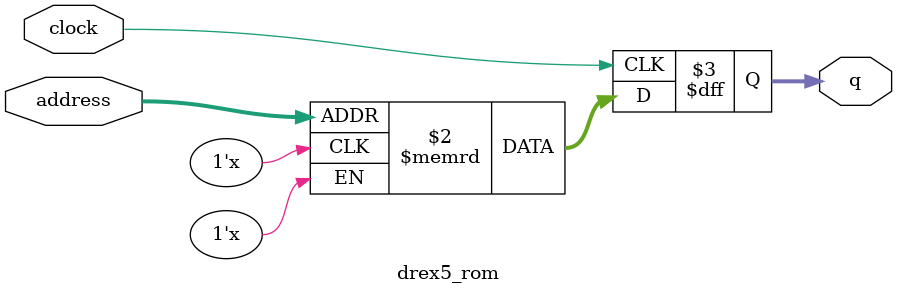
<source format=sv>
module drex5_rom (
	input logic clock,
	input logic [9:0] address,
	output logic [3:0] q
);

logic [3:0] memory [0:1023] /* synthesis ram_init_file = "./drex5/drex5.mif" */;

always_ff @ (posedge clock) begin
	q <= memory[address];
end

endmodule

</source>
